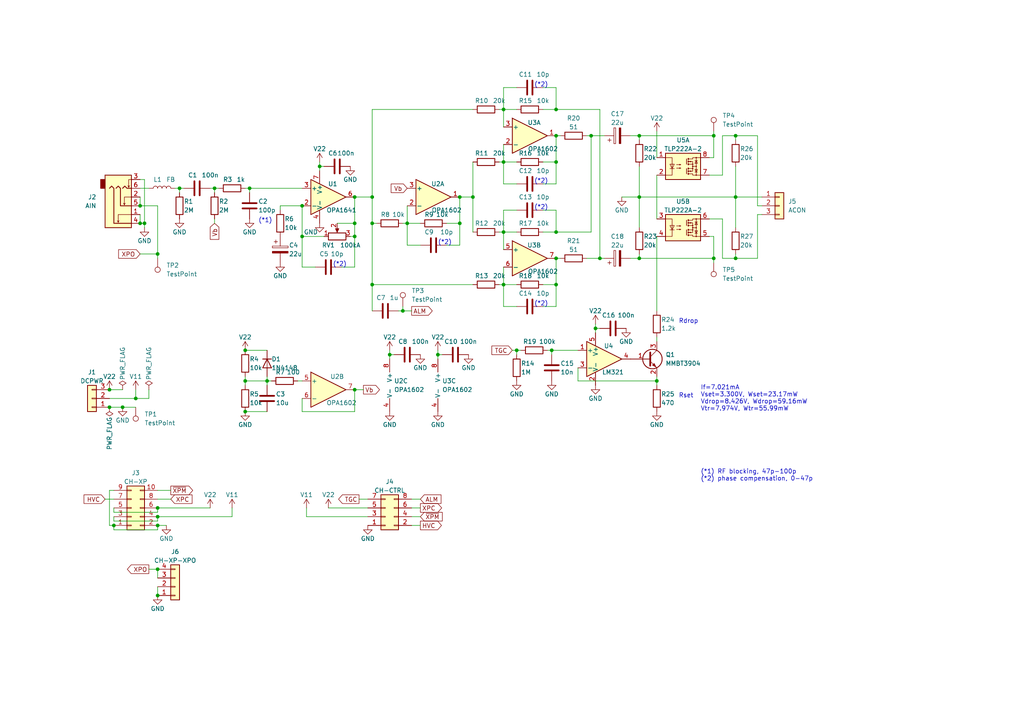
<source format=kicad_sch>
(kicad_sch (version 20211123) (generator eeschema)
  (paper "A4")
  (title_block (title "XPS:Channel") (company "yu2924"))
  (lib_symbols
    (symbol "Amplifier_Operational:LM321" (pin_names (offset 0.127))
      (property "Reference" "U" (at 0 7.62 0))
      (property "Value" "LM321" (at 0 5.08 0))
      (symbol "LM321_1_1"
        (pin input line (at -7.62 2.54 0) (length 2.54) (name "+") (number "1"))
        (pin power_in line (at -2.54 -7.62 90) (length 3.81) (name "V-") (number "2"))
        (pin input line (at -7.62 -2.54 0) (length 2.54) (name "-") (number "3"))
        (pin output line (at 7.62 0 180) (length 2.54) (name "~") (number "4"))
        (pin power_in line (at -2.54 7.62 270) (length 3.81) (name "V+") (number "5"))
      )
    )
    (symbol "Amplifier_Operational:OPA1602" (pin_names (offset 0.127))
      (property "Reference" "U" (at 0 5.08 0))
      (property "Value" "OPA1602" (at 0 -5.08 0))
      (symbol "OPA1602_1_1"
        (pin output line (at 7.62 0 180) (length 2.54) (name "~") (number "1"))
        (pin input line (at -7.62 -2.54 0) (length 2.54) (name "-") (number "2"))
        (pin input line (at -7.62 2.54 0) (length 2.54) (name "+") (number "3"))
      )
      (symbol "OPA1602_2_1"
        (pin input line (at -7.62 2.54 0) (length 2.54) (name "+") (number "5"))
        (pin input line (at -7.62 -2.54 0) (length 2.54) (name "-") (number "6"))
        (pin output line (at 7.62 0 180) (length 2.54) (name "~") (number "7"))
      )
      (symbol "OPA1602_3_1"
        (pin power_in line (at -2.54 -7.62 90) (length 3.81) (name "V-") (number "4"))
        (pin power_in line (at -2.54 7.62 270) (length 3.81) (name "V+") (number "8"))
      )
    )
    (symbol "Amplifier_Operational:OPA1641" (pin_names (offset 0.127))
      (property "Reference" "U" (at 3.81 3.81 0))
      (property "Value" "OPA1641" (at 3.81 -3.81 0))
      (symbol "OPA1641_1_1"
        (pin no_connect line (at -2.54 -2.54 90) (length 2.54) hide (name "NC") (number "1"))
        (pin input line (at -7.62 -2.54 0) (length 2.54) (name "-") (number "2"))
        (pin input line (at -7.62 2.54 0) (length 2.54) (name "+") (number "3"))
        (pin power_in line (at -2.54 -7.62 90) (length 3.81) (name "V-") (number "4"))
        (pin no_connect line (at 0 -2.54 90) (length 2.54) hide (name "NC") (number "5"))
        (pin output line (at 7.62 0 180) (length 2.54) (name "~") (number "6"))
        (pin power_in line (at -2.54 7.62 270) (length 3.81) (name "V+") (number "7"))
        (pin no_connect line (at -5.08 -2.54 90) (length 2.54) hide (name "NC") (number "8"))
      )
    )
    (symbol "Connector:TestPoint" (pin_numbers hide) (pin_names (offset 0.762) hide)
      (property "Reference" "TP" (at 0 6.858 0))
      (property "Value" "TestPoint" (at 0 5.08 0))
      (symbol "TestPoint_1_1"
        (pin passive line (at 0 0 90) (length 2.54) (name "1") (number "1"))
      )
    )
    (symbol "Connector_Generic:Conn_01x03" (pin_names (offset 1.016) hide)
      (property "Reference" "J" (at 0 5.08 0))
      (property "Value" "Conn_01x03" (at 0 -5.08 0))
      (symbol "Conn_01x03_1_1"
        (pin passive line (at -5.08 2.54 0) (length 3.81) (name "Pin_1") (number "1"))
        (pin passive line (at -5.08 0 0) (length 3.81) (name "Pin_2") (number "2"))
        (pin passive line (at -5.08 -2.54 0) (length 3.81) (name "Pin_3") (number "3"))
      )
    )
    (symbol "Connector_Generic:Conn_01x04" (pin_names (offset 1.016) hide)
      (property "Reference" "J" (at 0 5.08 0))
      (property "Value" "Conn_01x04" (at 0 -7.62 0))
      (symbol "Conn_01x04_1_1"
        (pin passive line (at -5.08 2.54 0) (length 3.81) (name "Pin_1") (number "1"))
        (pin passive line (at -5.08 0 0) (length 3.81) (name "Pin_2") (number "2"))
        (pin passive line (at -5.08 -2.54 0) (length 3.81) (name "Pin_3") (number "3"))
        (pin passive line (at -5.08 -5.08 0) (length 3.81) (name "Pin_4") (number "4"))
      )
    )
    (symbol "Connector_Generic:Conn_02x04_Odd_Even" (pin_names (offset 1.016) hide)
      (property "Reference" "J" (at 1.27 5.08 0))
      (property "Value" "Conn_02x04_Odd_Even" (at 1.27 -7.62 0))
      (symbol "Conn_02x04_Odd_Even_1_1"
        (pin passive line (at -5.08 2.54 0) (length 3.81) (name "Pin_1") (number "1"))
        (pin passive line (at 7.62 2.54 180) (length 3.81) (name "Pin_2") (number "2"))
        (pin passive line (at -5.08 0 0) (length 3.81) (name "Pin_3") (number "3"))
        (pin passive line (at 7.62 0 180) (length 3.81) (name "Pin_4") (number "4"))
        (pin passive line (at -5.08 -2.54 0) (length 3.81) (name "Pin_5") (number "5"))
        (pin passive line (at 7.62 -2.54 180) (length 3.81) (name "Pin_6") (number "6"))
        (pin passive line (at -5.08 -5.08 0) (length 3.81) (name "Pin_7") (number "7"))
        (pin passive line (at 7.62 -5.08 180) (length 3.81) (name "Pin_8") (number "8"))
      )
    )
    (symbol "Connector_Generic:Conn_02x05_Odd_Even" (pin_names (offset 1.016) hide)
      (property "Reference" "J" (at 1.27 7.62 0))
      (property "Value" "Conn_02x05_Odd_Even" (at 1.27 -7.62 0))
      (symbol "Conn_02x05_Odd_Even_1_1"
        (pin passive line (at -5.08 5.08 0) (length 3.81) (name "Pin_1") (number "1"))
        (pin passive line (at 7.62 -5.08 180) (length 3.81) (name "Pin_10") (number "10"))
        (pin passive line (at 7.62 5.08 180) (length 3.81) (name "Pin_2") (number "2"))
        (pin passive line (at -5.08 2.54 0) (length 3.81) (name "Pin_3") (number "3"))
        (pin passive line (at 7.62 2.54 180) (length 3.81) (name "Pin_4") (number "4"))
        (pin passive line (at -5.08 0 0) (length 3.81) (name "Pin_5") (number "5"))
        (pin passive line (at 7.62 0 180) (length 3.81) (name "Pin_6") (number "6"))
        (pin passive line (at -5.08 -2.54 0) (length 3.81) (name "Pin_7") (number "7"))
        (pin passive line (at 7.62 -2.54 180) (length 3.81) (name "Pin_8") (number "8"))
        (pin passive line (at -5.08 -5.08 0) (length 3.81) (name "Pin_9") (number "9"))
      )
    )
    (symbol "Device:C" (pin_numbers hide) (pin_names (offset 0.254))
      (property "Reference" "C" (at 0.635 2.54 0))
      (property "Value" "C" (at 0.635 -2.54 0))
      (symbol "C_1_1"
        (pin passive line (at 0 3.81 270) (length 2.794) (name "~") (number "1"))
        (pin passive line (at 0 -3.81 90) (length 2.794) (name "~") (number "2"))
      )
    )
    (symbol "Device:C_Polarized" (pin_numbers hide) (pin_names (offset 0.254))
      (property "Reference" "C" (at 0.635 2.54 0))
      (property "Value" "C_Polarized" (at 0.635 -2.54 0))
      (symbol "C_Polarized_1_1"
        (pin passive line (at 0 3.81 270) (length 2.794) (name "~") (number "1"))
        (pin passive line (at 0 -3.81 90) (length 2.794) (name "~") (number "2"))
      )
    )
    (symbol "Device:L" (pin_numbers hide) (pin_names (offset 1.016) hide)
      (property "Reference" "L" (at -1.27 0 90))
      (property "Value" "L" (at 1.905 0 90))
      (symbol "L_1_1"
        (pin passive line (at 0 3.81 270) (length 1.27) (name "1") (number "1"))
        (pin passive line (at 0 -3.81 90) (length 1.27) (name "2") (number "2"))
      )
    )
    (symbol "Device:R" (pin_numbers hide) (pin_names (offset 0))
      (property "Reference" "R" (at 2.032 0 90))
      (property "Value" "R" (at 0 0 90))
      (symbol "R_1_1"
        (pin passive line (at 0 3.81 270) (length 1.27) (name "~") (number "1"))
        (pin passive line (at 0 -3.81 90) (length 1.27) (name "~") (number "2"))
      )
    )
    (symbol "Device:R_Potentiometer" (pin_names (offset 1.016) hide)
      (property "Reference" "RV" (at -4.445 0 90))
      (property "Value" "R_Potentiometer" (at -2.54 0 90))
      (symbol "R_Potentiometer_1_1"
        (pin passive line (at 0 3.81 270) (length 1.27) (name "1") (number "1"))
        (pin passive line (at 3.81 0 180) (length 1.27) (name "2") (number "2"))
        (pin passive line (at 0 -3.81 90) (length 1.27) (name "3") (number "3"))
      )
    )
    (symbol "Diode:1N4148" (pin_numbers hide) (pin_names (offset 1.016) hide)
      (property "Reference" "D" (at 0 2.54 0))
      (property "Value" "1N4148" (at 0 -2.54 0))
      (symbol "1N4148_1_1"
        (pin passive line (at -3.81 0 0) (length 2.54) (name "K") (number "1"))
        (pin passive line (at 3.81 0 180) (length 2.54) (name "A") (number "2"))
      )
    )
    (symbol "Local:+11V" (power) (pin_names (offset 0))
      (property "Value" "+11V" (at 0 3.81 0))
      (symbol "+11V_1_1"
        (pin power_in line (at 0 0 90) (length 0) hide (name "V11") (number "1"))
      )
    )
    (symbol "Local:+22V" (power) (pin_names (offset 0))
      (property "Value" "+22V" (at 0 3.81 0))
      (symbol "+22V_1_1"
        (pin power_in line (at 0 0 90) (length 0) hide (name "V22") (number "1"))
      )
    )
    (symbol "Local:AudioJack3_Switch_Amphenol-ACJS-MHDR"
      (property "Reference" "J" (at 0 11.43 0))
      (property "Value" "AudioJack3_Switch_Amphenol-ACJS-MHDR" (at 0 8.89 0))
      (symbol "AudioJack3_Switch_Amphenol-ACJS-MHDR_1_1"
        (pin passive line (at 5.08 2.54 180) (length 2.54) (name "~") (number "1"))
        (pin passive line (at 5.08 -2.54 180) (length 2.54) (name "~") (number "2"))
        (pin passive line (at 5.08 -7.62 180) (length 2.54) (name "~") (number "3"))
        (pin passive line (at 5.08 5.08 180) (length 2.54) (name "~") (number "4"))
        (pin passive line (at 5.08 0 180) (length 2.54) (name "~") (number "5"))
        (pin passive line (at 5.08 -5.08 180) (length 2.54) (name "~") (number "6"))
      )
    )
    (symbol "Relay_SolidState:TLP222A-2"
      (property "Reference" "U" (at -5.08 5.08 0))
      (property "Value" "TLP222A-2" (at 0 5.08 0))
      (symbol "TLP222A-2_1_1"
        (pin passive line (at -7.62 2.54 0) (length 2.54) (name "~") (number "1"))
        (pin passive line (at -7.62 -2.54 0) (length 2.54) (name "~") (number "2"))
        (pin passive line (at 7.62 -2.54 180) (length 2.54) (name "~") (number "7"))
        (pin passive line (at 7.62 2.54 180) (length 2.54) (name "~") (number "8"))
      )
      (symbol "TLP222A-2_2_1"
        (pin passive line (at -7.62 2.54 0) (length 2.54) (name "~") (number "3"))
        (pin passive line (at -7.62 -2.54 0) (length 2.54) (name "~") (number "4"))
        (pin passive line (at 7.62 -2.54 180) (length 2.54) (name "~") (number "5"))
        (pin passive line (at 7.62 2.54 180) (length 2.54) (name "~") (number "6"))
      )
    )
    (symbol "Transistor_BJT:MMBT3904" (pin_names (offset 0) hide)
      (property "Reference" "Q" (at 5.08 1.905 0))
      (property "Value" "MMBT3904" (at 5.08 0 0))
      (symbol "MMBT3904_1_1"
        (pin input line (at -5.08 0 0) (length 5.715) (name "B") (number "1"))
        (pin passive line (at 2.54 -5.08 90) (length 2.54) (name "E") (number "2"))
        (pin passive line (at 2.54 5.08 270) (length 2.54) (name "C") (number "3"))
      )
    )
    (symbol "power:GND" (power) (pin_names (offset 0))
      (property "Value" "GND" (at 0 -3.81 0))
      (symbol "GND_1_1"
        (pin power_in line (at 0 0 270) (length 0) hide (name "GND") (number "1"))
      )
    )
    (symbol "power:PWR_FLAG" (power) (pin_numbers hide) (pin_names (offset 0) hide)
      (property "Value" "PWR_FLAG" (at 0 3.81 0))
      (symbol "PWR_FLAG_0_0"
        (pin power_out line (at 0 0 90) (length 0) (name "pwr") (number "1"))
      )
    )
  )
  (junction (at 41.91 64.77))
  (junction (at 133.35 57.15))
  (junction (at 161.29 67.31))
  (junction (at 92.71 48.26))
  (junction (at 45.72 172.72))
  (junction (at 116.84 90.17))
  (junction (at 213.36 74.93))
  (junction (at 146.05 82.55))
  (junction (at 102.87 113.03))
  (junction (at 72.39 54.61))
  (junction (at 171.45 39.37))
  (junction (at 40.64 64.77))
  (junction (at 133.35 64.77))
  (junction (at 173.99 74.93))
  (junction (at 52.07 54.61))
  (junction (at 161.29 74.93))
  (junction (at 161.29 82.55))
  (junction (at 45.72 73.66))
  (junction (at 146.05 46.99))
  (junction (at 45.72 165.1))
  (junction (at 102.87 68.58))
  (junction (at 118.11 64.77))
  (junction (at 172.72 95.25))
  (junction (at 31.75 113.03))
  (junction (at 161.29 31.75))
  (junction (at 185.42 39.37))
  (junction (at 160.02 101.6))
  (junction (at 107.95 64.77))
  (junction (at 149.86 101.6))
  (junction (at 45.72 152.4))
  (junction (at 113.03 102.87))
  (junction (at 45.72 149.86))
  (junction (at 39.37 115.57))
  (junction (at 146.05 67.31))
  (junction (at 137.16 57.15))
  (junction (at 107.95 82.55))
  (junction (at 31.75 118.11))
  (junction (at 71.12 119.38))
  (junction (at 107.95 57.15))
  (junction (at 207.01 39.37))
  (junction (at 77.47 110.49))
  (junction (at 87.63 59.69))
  (junction (at 62.23 54.61))
  (junction (at 207.01 74.93))
  (junction (at 127 102.87))
  (junction (at 161.29 46.99))
  (junction (at 213.36 57.15))
  (junction (at 33.02 152.4))
  (junction (at 161.29 39.37))
  (junction (at 102.87 64.77))
  (junction (at 35.56 118.11))
  (junction (at 87.63 68.58))
  (junction (at 71.12 101.6))
  (junction (at 185.42 74.93))
  (junction (at 102.87 57.15))
  (junction (at 40.64 59.69))
  (junction (at 71.12 110.49))
  (junction (at 213.36 39.37))
  (junction (at 190.5 110.49))
  (junction (at 185.42 57.15))
  (junction (at 146.05 31.75))
  (junction (at 45.72 147.32))
  (wire (pts (xy 77.47 110.49) (xy 78.74 110.49)))
  (wire (pts (xy 107.95 82.55) (xy 107.95 90.17)))
  (wire (pts (xy 205.74 50.8) (xy 209.55 50.8)))
  (wire (pts (xy 209.55 39.37) (xy 213.36 39.37)))
  (wire (pts (xy 33.02 151.13) (xy 45.72 151.13)))
  (wire (pts (xy 114.3 102.87) (xy 113.03 102.87)))
  (wire (pts (xy 219.71 59.69) (xy 220.98 59.69)))
  (wire (pts (xy 45.72 170.18) (xy 45.72 172.72)))
  (wire (pts (xy 146.05 67.31) (xy 149.86 67.31)))
  (wire (pts (xy 146.05 77.47) (xy 146.05 82.55)))
  (wire (pts (xy 127 102.87) (xy 128.27 102.87)))
  (wire (pts (xy 106.68 147.32) (xy 95.25 147.32)))
  (wire (pts (xy 31.75 118.11) (xy 35.56 118.11)))
  (wire (pts (xy 213.36 74.93) (xy 219.71 74.93)))
  (wire (pts (xy 121.92 149.86) (xy 119.38 149.86)))
  (wire (pts (xy 185.42 74.93) (xy 185.42 73.66)))
  (wire (pts (xy 161.29 67.31) (xy 157.48 67.31)))
  (wire (pts (xy 146.05 67.31) (xy 146.05 72.39)))
  (wire (pts (xy 87.63 59.69) (xy 81.28 59.69)))
  (wire (pts (xy 161.29 53.34) (xy 161.29 46.99)))
  (wire (pts (xy 161.29 25.4) (xy 161.29 31.75)))
  (wire (pts (xy 31.75 115.57) (xy 39.37 115.57)))
  (wire (pts (xy 173.99 31.75) (xy 173.99 74.93)))
  (wire (pts (xy 33.02 147.32) (xy 33.02 148.59)))
  (wire (pts (xy 43.18 113.03) (xy 43.18 115.57)))
  (wire (pts (xy 45.72 148.59) (xy 45.72 147.32)))
  (wire (pts (xy 71.12 110.49) (xy 71.12 111.76)))
  (wire (pts (xy 41.91 64.77) (xy 41.91 66.04)))
  (wire (pts (xy 161.29 82.55) (xy 157.48 82.55)))
  (wire (pts (xy 190.5 109.22) (xy 190.5 110.49)))
  (wire (pts (xy 49.53 144.78) (xy 45.72 144.78)))
  (wire (pts (xy 144.78 82.55) (xy 146.05 82.55)))
  (wire (pts (xy 87.63 119.38) (xy 87.63 115.57)))
  (wire (pts (xy 149.86 60.96) (xy 146.05 60.96)))
  (wire (pts (xy 33.02 149.86) (xy 33.02 151.13)))
  (wire (pts (xy 171.45 67.31) (xy 161.29 67.31)))
  (wire (pts (xy 116.84 64.77) (xy 118.11 64.77)))
  (wire (pts (xy 43.18 115.57) (xy 39.37 115.57)))
  (wire (pts (xy 167.64 106.68) (xy 167.64 110.49)))
  (wire (pts (xy 146.05 41.91) (xy 146.05 46.99)))
  (wire (pts (xy 133.35 57.15) (xy 133.35 64.77)))
  (wire (pts (xy 118.11 71.12) (xy 121.92 71.12)))
  (wire (pts (xy 107.95 64.77) (xy 109.22 64.77)))
  (wire (pts (xy 87.63 59.69) (xy 87.63 68.58)))
  (wire (pts (xy 102.87 57.15) (xy 102.87 64.77)))
  (wire (pts (xy 172.72 93.98) (xy 172.72 95.25)))
  (wire (pts (xy 67.31 149.86) (xy 45.72 149.86)))
  (wire (pts (xy 182.88 74.93) (xy 185.42 74.93)))
  (wire (pts (xy 71.12 110.49) (xy 77.47 110.49)))
  (wire (pts (xy 213.36 39.37) (xy 219.71 39.37)))
  (wire (pts (xy 146.05 25.4) (xy 146.05 31.75)))
  (wire (pts (xy 97.79 64.77) (xy 102.87 64.77)))
  (wire (pts (xy 118.11 59.69) (xy 118.11 64.77)))
  (wire (pts (xy 137.16 57.15) (xy 137.16 67.31)))
  (wire (pts (xy 144.78 46.99) (xy 146.05 46.99)))
  (wire (pts (xy 77.47 109.22) (xy 77.47 110.49)))
  (wire (pts (xy 113.03 101.6) (xy 113.03 102.87)))
  (wire (pts (xy 33.02 153.67) (xy 45.72 153.67)))
  (wire (pts (xy 207.01 38.1) (xy 207.01 39.37)))
  (wire (pts (xy 219.71 62.23) (xy 219.71 74.93)))
  (wire (pts (xy 86.36 110.49) (xy 87.63 110.49)))
  (wire (pts (xy 190.5 110.49) (xy 167.64 110.49)))
  (wire (pts (xy 190.5 97.79) (xy 190.5 99.06)))
  (wire (pts (xy 144.78 67.31) (xy 146.05 67.31)))
  (wire (pts (xy 146.05 31.75) (xy 149.86 31.75)))
  (wire (pts (xy 185.42 39.37) (xy 185.42 40.64)))
  (wire (pts (xy 52.07 54.61) (xy 52.07 55.88)))
  (wire (pts (xy 31.75 142.24) (xy 33.02 142.24)))
  (wire (pts (xy 185.42 57.15) (xy 185.42 66.04)))
  (wire (pts (xy 160.02 101.6) (xy 167.64 101.6)))
  (wire (pts (xy 33.02 148.59) (xy 45.72 148.59)))
  (wire (pts (xy 62.23 54.61) (xy 63.5 54.61)))
  (wire (pts (xy 213.36 39.37) (xy 213.36 40.64)))
  (wire (pts (xy 213.36 57.15) (xy 220.98 57.15)))
  (wire (pts (xy 45.72 153.67) (xy 45.72 152.4)))
  (wire (pts (xy 102.87 68.58) (xy 102.87 77.47)))
  (wire (pts (xy 161.29 74.93) (xy 162.56 74.93)))
  (wire (pts (xy 106.68 144.78) (xy 104.14 144.78)))
  (wire (pts (xy 129.54 71.12) (xy 133.35 71.12)))
  (wire (pts (xy 41.91 52.07) (xy 41.91 64.77)))
  (wire (pts (xy 116.84 90.17) (xy 115.57 90.17)))
  (wire (pts (xy 50.8 54.61) (xy 52.07 54.61)))
  (wire (pts (xy 127 101.6) (xy 127 102.87)))
  (wire (pts (xy 102.87 68.58) (xy 101.6 68.58)))
  (wire (pts (xy 185.42 39.37) (xy 207.01 39.37)))
  (wire (pts (xy 146.05 31.75) (xy 146.05 36.83)))
  (wire (pts (xy 220.98 62.23) (xy 219.71 62.23)))
  (wire (pts (xy 161.29 31.75) (xy 173.99 31.75)))
  (wire (pts (xy 71.12 119.38) (xy 77.47 119.38)))
  (wire (pts (xy 45.72 59.69) (xy 45.72 73.66)))
  (wire (pts (xy 190.5 68.58) (xy 190.5 90.17)))
  (wire (pts (xy 161.29 60.96) (xy 157.48 60.96)))
  (wire (pts (xy 207.01 45.72) (xy 205.74 45.72)))
  (wire (pts (xy 207.01 39.37) (xy 207.01 45.72)))
  (wire (pts (xy 67.31 149.86) (xy 67.31 147.32)))
  (wire (pts (xy 121.92 144.78) (xy 119.38 144.78)))
  (wire (pts (xy 60.96 147.32) (xy 45.72 147.32)))
  (wire (pts (xy 40.64 57.15) (xy 40.64 59.69)))
  (wire (pts (xy 185.42 57.15) (xy 213.36 57.15)))
  (wire (pts (xy 72.39 54.61) (xy 72.39 55.88)))
  (wire (pts (xy 33.02 152.4) (xy 33.02 153.67)))
  (wire (pts (xy 146.05 88.9) (xy 149.86 88.9)))
  (wire (pts (xy 87.63 68.58) (xy 93.98 68.58)))
  (wire (pts (xy 30.48 144.78) (xy 33.02 144.78)))
  (wire (pts (xy 207.01 74.93) (xy 207.01 76.2)))
  (wire (pts (xy 171.45 39.37) (xy 175.26 39.37)))
  (wire (pts (xy 121.92 152.4) (xy 119.38 152.4)))
  (wire (pts (xy 146.05 82.55) (xy 146.05 88.9)))
  (wire (pts (xy 62.23 64.77) (xy 62.23 63.5)))
  (wire (pts (xy 81.28 59.69) (xy 81.28 60.96)))
  (wire (pts (xy 49.53 142.24) (xy 45.72 142.24)))
  (wire (pts (xy 157.48 88.9) (xy 161.29 88.9)))
  (wire (pts (xy 207.01 74.93) (xy 185.42 74.93)))
  (wire (pts (xy 133.35 71.12) (xy 133.35 64.77)))
  (wire (pts (xy 71.12 101.6) (xy 77.47 101.6)))
  (wire (pts (xy 149.86 101.6) (xy 151.13 101.6)))
  (wire (pts (xy 45.72 165.1) (xy 45.72 167.64)))
  (wire (pts (xy 190.5 38.1) (xy 190.5 45.72)))
  (wire (pts (xy 91.44 77.47) (xy 87.63 77.47)))
  (wire (pts (xy 219.71 39.37) (xy 219.71 59.69)))
  (wire (pts (xy 146.05 60.96) (xy 146.05 67.31)))
  (wire (pts (xy 185.42 48.26) (xy 185.42 57.15)))
  (wire (pts (xy 87.63 68.58) (xy 87.63 77.47)))
  (wire (pts (xy 146.05 53.34) (xy 149.86 53.34)))
  (wire (pts (xy 146.05 46.99) (xy 146.05 53.34)))
  (wire (pts (xy 43.18 165.1) (xy 45.72 165.1)))
  (wire (pts (xy 213.36 74.93) (xy 213.36 73.66)))
  (wire (pts (xy 113.03 102.87) (xy 113.03 104.14)))
  (wire (pts (xy 171.45 39.37) (xy 171.45 67.31)))
  (wire (pts (xy 77.47 110.49) (xy 77.47 111.76)))
  (wire (pts (xy 72.39 54.61) (xy 87.63 54.61)))
  (wire (pts (xy 209.55 63.5) (xy 209.55 74.93)))
  (wire (pts (xy 102.87 64.77) (xy 102.87 68.58)))
  (wire (pts (xy 161.29 39.37) (xy 161.29 46.99)))
  (wire (pts (xy 102.87 57.15) (xy 107.95 57.15)))
  (wire (pts (xy 205.74 63.5) (xy 209.55 63.5)))
  (wire (pts (xy 172.72 95.25) (xy 172.72 96.52)))
  (wire (pts (xy 137.16 82.55) (xy 107.95 82.55)))
  (wire (pts (xy 148.59 101.6) (xy 149.86 101.6)))
  (wire (pts (xy 45.72 73.66) (xy 45.72 74.93)))
  (wire (pts (xy 213.36 48.26) (xy 213.36 57.15)))
  (wire (pts (xy 92.71 48.26) (xy 93.98 48.26)))
  (wire (pts (xy 182.88 39.37) (xy 185.42 39.37)))
  (wire (pts (xy 207.01 68.58) (xy 207.01 74.93)))
  (wire (pts (xy 157.48 31.75) (xy 161.29 31.75)))
  (wire (pts (xy 40.64 73.66) (xy 45.72 73.66)))
  (wire (pts (xy 45.72 151.13) (xy 45.72 149.86)))
  (wire (pts (xy 170.18 74.93) (xy 173.99 74.93)))
  (wire (pts (xy 172.72 95.25) (xy 173.99 95.25)))
  (wire (pts (xy 40.64 52.07) (xy 41.91 52.07)))
  (wire (pts (xy 146.05 82.55) (xy 149.86 82.55)))
  (wire (pts (xy 39.37 115.57) (xy 39.37 113.03)))
  (wire (pts (xy 161.29 67.31) (xy 161.29 60.96)))
  (wire (pts (xy 190.5 50.8) (xy 190.5 63.5)))
  (wire (pts (xy 149.86 25.4) (xy 146.05 25.4)))
  (wire (pts (xy 116.84 88.9) (xy 116.84 90.17)))
  (wire (pts (xy 121.92 147.32) (xy 119.38 147.32)))
  (wire (pts (xy 40.64 64.77) (xy 41.91 64.77)))
  (wire (pts (xy 161.29 46.99) (xy 157.48 46.99)))
  (wire (pts (xy 102.87 113.03) (xy 105.41 113.03)))
  (wire (pts (xy 92.71 46.99) (xy 92.71 48.26)))
  (wire (pts (xy 158.75 101.6) (xy 160.02 101.6)))
  (wire (pts (xy 106.68 149.86) (xy 88.9 149.86)))
  (wire (pts (xy 213.36 57.15) (xy 213.36 66.04)))
  (wire (pts (xy 209.55 74.93) (xy 213.36 74.93)))
  (wire (pts (xy 71.12 109.22) (xy 71.12 110.49)))
  (wire (pts (xy 102.87 113.03) (xy 102.87 119.38)))
  (wire (pts (xy 161.29 88.9) (xy 161.29 82.55)))
  (wire (pts (xy 209.55 39.37) (xy 209.55 50.8)))
  (wire (pts (xy 127 102.87) (xy 127 104.14)))
  (wire (pts (xy 107.95 82.55) (xy 107.95 64.77)))
  (wire (pts (xy 133.35 64.77) (xy 129.54 64.77)))
  (wire (pts (xy 102.87 119.38) (xy 87.63 119.38)))
  (wire (pts (xy 35.56 118.11) (xy 39.37 118.11)))
  (wire (pts (xy 161.29 74.93) (xy 161.29 82.55)))
  (wire (pts (xy 31.75 113.03) (xy 35.56 113.03)))
  (wire (pts (xy 107.95 31.75) (xy 107.95 57.15)))
  (wire (pts (xy 119.38 90.17) (xy 116.84 90.17)))
  (wire (pts (xy 88.9 149.86) (xy 88.9 147.32)))
  (wire (pts (xy 160.02 101.6) (xy 160.02 102.87)))
  (wire (pts (xy 149.86 102.87) (xy 149.86 101.6)))
  (wire (pts (xy 133.35 57.15) (xy 137.16 57.15)))
  (wire (pts (xy 137.16 46.99) (xy 137.16 57.15)))
  (wire (pts (xy 190.5 110.49) (xy 190.5 111.76)))
  (wire (pts (xy 157.48 25.4) (xy 161.29 25.4)))
  (wire (pts (xy 40.64 62.23) (xy 40.64 64.77)))
  (wire (pts (xy 62.23 54.61) (xy 62.23 55.88)))
  (wire (pts (xy 102.87 77.47) (xy 99.06 77.47)))
  (wire (pts (xy 170.18 39.37) (xy 171.45 39.37)))
  (wire (pts (xy 31.75 142.24) (xy 31.75 152.4)))
  (wire (pts (xy 71.12 54.61) (xy 72.39 54.61)))
  (wire (pts (xy 144.78 31.75) (xy 146.05 31.75)))
  (wire (pts (xy 173.99 74.93) (xy 175.26 74.93)))
  (wire (pts (xy 107.95 57.15) (xy 107.95 64.77)))
  (wire (pts (xy 92.71 48.26) (xy 92.71 49.53)))
  (wire (pts (xy 60.96 54.61) (xy 62.23 54.61)))
  (wire (pts (xy 31.75 152.4) (xy 33.02 152.4)))
  (wire (pts (xy 118.11 64.77) (xy 118.11 71.12)))
  (wire (pts (xy 40.64 59.69) (xy 45.72 59.69)))
  (wire (pts (xy 137.16 31.75) (xy 107.95 31.75)))
  (wire (pts (xy 40.64 54.61) (xy 43.18 54.61)))
  (wire (pts (xy 52.07 54.61) (xy 53.34 54.61)))
  (wire (pts (xy 146.05 46.99) (xy 149.86 46.99)))
  (wire (pts (xy 118.11 64.77) (xy 121.92 64.77)))
  (wire (pts (xy 180.34 57.15) (xy 185.42 57.15)))
  (wire (pts (xy 157.48 53.34) (xy 161.29 53.34)))
  (wire (pts (xy 45.72 152.4) (xy 48.26 152.4)))
  (wire (pts (xy 205.74 68.58) (xy 207.01 68.58)))
  (wire (pts (xy 161.29 39.37) (xy 162.56 39.37)))
  (text "Rdrop" (at 196.85 93.98 0) (effects (font (size 1.27 1.27)) (justify left bottom)))
  (text "If=7.021mA\nVset=3.300V, Wset=23.17mW\nVdrop=8.426V, Wdrop=59.16mW\nVtr=7.974V, Wtr=55.99mW" (at 203.2 119.38 0) (effects (font (size 1.27 1.27)) (justify left bottom)))
  (text "(*2)" (at 96.52 77.47 0) (effects (font (size 1.27 1.27)) (justify left bottom)))
  (text "Rset" (at 196.85 115.57 0) (effects (font (size 1.27 1.27)) (justify left bottom)))
  (text "(*2)" (at 154.94 53.34 0) (effects (font (size 1.27 1.27)) (justify left bottom)))
  (text "(*1)" (at 74.93 64.77 0) (effects (font (size 1.27 1.27)) (justify left bottom)))
  (text "(*1) RF blocking, 47p-100p\n(*2) phase compensation, 0-47p" (at 203.2 139.7 0) (effects (font (size 1.27 1.27)) (justify left bottom)))
  (text "(*2)" (at 154.94 25.4 0) (effects (font (size 1.27 1.27)) (justify left bottom)))
  (text "(*2)" (at 154.94 60.96 0) (effects (font (size 1.27 1.27)) (justify left bottom)))
  (text "(*2)" (at 127 71.12 0) (effects (font (size 1.27 1.27)) (justify left bottom)))
  (text "(*2)" (at 154.94 88.9 0) (effects (font (size 1.27 1.27)) (justify left bottom)))
  (global_label "XPC" (shape output) (at 121.92 147.32 0) (property "Intersheet References" "${INTERSHEET_REFS}" (effects hide)))
  (global_label "ALM" (shape output) (at 119.38 90.17 0) (property "Intersheet References" "${INTERSHEET_REFS}" (effects hide)))
  (global_label "Vb" (shape input) (at 118.11 54.61 180) (property "Intersheet References" "${INTERSHEET_REFS}" (effects hide)))
  (global_label "~{XPM}" (shape output) (at 49.53 142.24 0) (property "Intersheet References" "${INTERSHEET_REFS}" (effects hide)))
  (global_label "Vb" (shape output) (at 105.41 113.03 0) (property "Intersheet References" "${INTERSHEET_REFS}" (effects hide)))
  (global_label "TGC" (shape input) (at 148.59 101.6 180) (property "Intersheet References" "${INTERSHEET_REFS}" (effects hide)))
  (global_label "HVC" (shape input) (at 30.48 144.78 180) (property "Intersheet References" "${INTERSHEET_REFS}" (effects hide)))
  (global_label "XPO" (shape output) (at 43.18 165.1 180) (property "Intersheet References" "${INTERSHEET_REFS}" (effects hide)))
  (global_label "TGC" (shape output) (at 104.14 144.78 180) (property "Intersheet References" "${INTERSHEET_REFS}" (effects hide)))
  (global_label "XPC" (shape input) (at 49.53 144.78 0) (property "Intersheet References" "${INTERSHEET_REFS}" (effects hide)))
  (global_label "ALM" (shape input) (at 121.92 144.78 0) (property "Intersheet References" "${INTERSHEET_REFS}" (effects hide)))
  (global_label "~{XPM}" (shape input) (at 121.92 149.86 0) (property "Intersheet References" "${INTERSHEET_REFS}" (effects hide)))
  (global_label "HVC" (shape output) (at 121.92 152.4 0) (property "Intersheet References" "${INTERSHEET_REFS}" (effects hide)))
  (global_label "Vb" (shape input) (at 62.23 64.77 270) (property "Intersheet References" "${INTERSHEET_REFS}" (effects hide)))
  (global_label "XPO" (shape input) (at 40.64 73.66 180) (property "Intersheet References" "${INTERSHEET_REFS}" (effects hide)))
  (symbol (lib_id "Device:R") (at 113.03 64.77 90) (unit 1)
    (property "Reference" "R8" (at 111.76 62.23 90))
    (property "Value" "10k" (at 115.57 62.23 90))
    (property "Footprint" "Local:R-THT-Axial-Horz-P5.08mm" (effects hide))
  )
  (symbol (lib_id "Local:+22V") (at 60.96 147.32 0) (mirror y) (unit 1)
    (property "Reference" "#PWR03" (effects hide))
    (property "Value" "+22V" (at 60.96 143.51 0))
  )
  (symbol (lib_id "Device:C") (at 125.73 71.12 90) (unit 1)
    (property "Reference" "C9" (at 124.46 67.31 90))
    (property "Value" "10p" (at 129.54 67.31 90))
    (property "Footprint" "Local:C-THT-Disk-P5.08mm-Small" (effects hide))
  )
  (symbol (lib_id "Device:R") (at 81.28 64.77 0) (unit 1)
    (property "Reference" "R6" (at 82.55 63.5 0) (effects (justify left)))
    (property "Value" "10k" (at 82.55 66.04 0) (effects (justify left)))
    (property "Footprint" "Local:R-THT-Axial-Horz-P5.08mm" (effects hide))
  )
  (symbol (lib_id "Amplifier_Operational:OPA1602") (at 129.54 111.76 0) (unit 3)
    (property "Reference" "U3" (at 128.27 110.4899 0) (effects (justify left)))
    (property "Value" "OPA1602" (at 128.27 113.0299 0) (effects (justify left)))
    (property "Footprint" "Local:DIP-8-W7.62mm" (effects hide))
    (property "Datasheet" "http://www.ti.com/lit/ds/symlink/opa1604.pdf" (effects hide))
  )
  (symbol (lib_id "Device:C") (at 132.08 102.87 90) (unit 1)
    (property "Reference" "C10" (at 130.81 99.06 90))
    (property "Value" "100n" (at 135.89 99.06 90))
    (property "Footprint" "Capacitor_SMD:C_0603_1608Metric_Pad1.08x0.95mm_HandSolder" (effects hide))
  )
  (symbol (lib_id "power:GND") (at 52.07 63.5 0) (unit 1)
    (property "Reference" "#PWR08" (effects hide))
    (property "Value" "GND" (at 52.07 67.31 0))
  )
  (symbol (lib_id "power:GND") (at 101.6 48.26 0) (unit 1)
    (property "Reference" "#PWR018" (effects hide))
    (property "Value" "GND" (at 101.6 52.07 0))
  )
  (symbol (lib_id "Device:R") (at 153.67 67.31 90) (unit 1)
    (property "Reference" "R17" (at 152.4 64.77 90))
    (property "Value" "10k" (at 157.48 64.77 90))
    (property "Footprint" "Local:R-THT-Axial-Horz-P5.08mm" (effects hide))
  )
  (symbol (lib_id "Amplifier_Operational:OPA1602") (at 95.25 113.03 0) (unit 2)
    (property "Reference" "U2" (at 97.79 109.22 0))
    (property "Value" "OPA1602" (at 99.06 116.84 0))
    (property "Footprint" "Local:DIP-8-W7.62mm" (effects hide))
    (property "Datasheet" "http://www.ti.com/lit/ds/symlink/opa1604.pdf" (effects hide))
    (property "Comment" "TI OPA1602AID" (effects hide))
  )
  (symbol (lib_id "Device:R") (at 67.31 54.61 90) (unit 1)
    (property "Reference" "R3" (at 66.04 52.07 90))
    (property "Value" "1k" (at 69.85 52.07 90))
    (property "Footprint" "Local:R-THT-Axial-Horz-P5.08mm" (effects hide))
  )
  (symbol (lib_id "Amplifier_Operational:OPA1602") (at 153.67 39.37 0) (unit 1)
    (property "Reference" "U3" (at 154.94 35.56 0))
    (property "Value" "OPA1602" (at 157.48 43.18 0))
    (property "Footprint" "Local:DIP-8-W7.62mm" (effects hide))
    (property "Datasheet" "http://www.ti.com/lit/ds/symlink/opa1604.pdf" (effects hide))
    (property "Comment" "TI OPA1602AID" (effects hide))
  )
  (symbol (lib_id "Device:C") (at 153.67 88.9 90) (unit 1)
    (property "Reference" "C14" (at 152.4 85.09 90))
    (property "Value" "10p" (at 157.48 85.09 90))
    (property "Footprint" "Local:C-THT-Disk-P5.08mm-Small" (effects hide))
  )
  (symbol (lib_id "Device:R") (at 213.36 44.45 0) (unit 1)
    (property "Reference" "R26" (at 214.63 43.18 0) (effects (justify left)))
    (property "Value" "20k" (at 214.63 45.72 0) (effects (justify left)))
    (property "Footprint" "Local:R-THT-Axial-Horz-P5.08mm" (effects hide))
  )
  (symbol (lib_id "power:GND") (at 135.89 102.87 0) (unit 1)
    (property "Reference" "#PWR024" (effects hide))
    (property "Value" "GND" (at 135.89 106.68 0))
  )
  (symbol (lib_id "power:PWR_FLAG") (at 31.75 118.11 180) (unit 1)
    (property "Reference" "#FLG01" (effects hide))
    (property "Value" "PWR_FLAG" (at 31.75 125.73 90))
  )
  (symbol (lib_id "power:GND") (at 81.28 76.2 0) (unit 1)
    (property "Reference" "#PWR015" (effects hide))
    (property "Value" "GND" (at 81.28 80.01 0))
  )
  (symbol (lib_id "Device:C") (at 72.39 59.69 0) (unit 1)
    (property "Reference" "C2" (at 74.93 58.42 0) (effects (justify left)))
    (property "Value" "100p" (at 74.93 60.96 0) (effects (justify left)))
    (property "Footprint" "Local:C-THT-Disk-P5.08mm-Small" (effects hide))
  )
  (symbol (lib_id "power:GND") (at 48.26 152.4 0) (mirror y) (unit 1)
    (property "Reference" "#PWR07" (effects hide))
    (property "Value" "GND" (at 48.26 156.21 0))
  )
  (symbol (lib_id "power:GND") (at 121.92 102.87 0) (unit 1)
    (property "Reference" "#PWR021" (effects hide))
    (property "Value" "GND" (at 121.92 106.68 0))
  )
  (symbol (lib_id "power:GND") (at 149.86 110.49 0) (unit 1)
    (property "Reference" "#PWR025" (effects hide))
    (property "Value" "GND" (at 149.86 114.3 0))
  )
  (symbol (lib_id "Device:R") (at 190.5 93.98 0) (unit 1)
    (property "Reference" "R24" (at 191.77 92.71 0) (effects (justify left)))
    (property "Value" "1.2k" (at 191.77 95.25 0) (effects (justify left)))
    (property "Footprint" "Resistor_SMD:R_0805_2012Metric_Pad1.20x1.40mm_HandSolder" (effects hide))
    (property "Comment" "1/4W 2012" (effects hide))
  )
  (symbol (lib_id "Local:+22V") (at 31.75 113.03 0) (unit 1)
    (property "Reference" "#PWR02" (effects hide))
    (property "Value" "+22V" (at 31.75 109.22 0))
  )
  (symbol (lib_id "Connector_Generic:Conn_02x05_Odd_Even") (at 38.1 147.32 0) (mirror x) (unit 1)
    (property "Reference" "J3" (at 39.37 137.16 0))
    (property "Value" "CH-XP" (at 39.37 139.7 0))
    (property "Footprint" "Local:PinHeader-2x05-P2.54mm-Vertical" (effects hide))
  )
  (symbol (lib_id "power:GND") (at 45.72 172.72 0) (unit 1)
    (property "Reference" "#PWR0102" (effects hide))
    (property "Value" "GND" (at 45.72 176.53 0))
  )
  (symbol (lib_id "power:GND") (at 172.72 111.76 0) (unit 1)
    (property "Reference" "#PWR028" (effects hide))
    (property "Value" "GND" (at 172.72 115.57 0))
  )
  (symbol (lib_id "Device:C") (at 77.47 115.57 0) (unit 1)
    (property "Reference" "C3" (at 80.01 114.3 0) (effects (justify left)))
    (property "Value" "10u" (at 80.01 116.84 0) (effects (justify left)))
    (property "Footprint" "Local:C-THT-Disk-P5.08mm-Large" (effects hide))
    (property "Comment" "Murata RDEC71H106K3K1H03B" (effects hide))
  )
  (symbol (lib_id "Device:R_Potentiometer") (at 97.79 68.58 90) (unit 1)
    (property "Reference" "RV1" (at 95.25 71.12 90))
    (property "Value" "100kA" (at 101.6 71.12 90))
    (property "Footprint" "Local:Bourns-91A1A-B24" (effects hide))
    (property "Comment" "Bourns 91A1A-B24-D20L" (effects hide))
  )
  (symbol (lib_id "Local:+22V") (at 71.12 101.6 0) (unit 1)
    (property "Reference" "#PWR011" (effects hide))
    (property "Value" "+22V" (at 71.12 97.79 0))
  )
  (symbol (lib_id "Device:R") (at 82.55 110.49 90) (unit 1)
    (property "Reference" "R7" (at 81.28 107.95 90))
    (property "Value" "100" (at 85.09 107.95 90))
    (property "Footprint" "Local:R-THT-Axial-Horz-P5.08mm" (effects hide))
  )
  (symbol (lib_id "Connector:TestPoint") (at 116.84 88.9 0) (unit 1)
    (property "Reference" "TP3" (at 119.38 84.3279 0) (effects (justify left)))
    (property "Value" "TestPoint" (at 119.38 86.8679 0) (effects (justify left)))
    (property "Footprint" "Local:TestPoint-THT-2x2" (effects hide))
  )
  (symbol (lib_id "Device:L") (at 46.99 54.61 90) (unit 1)
    (property "Reference" "L1" (at 45.72 52.07 90))
    (property "Value" "FB" (at 49.53 52.07 90))
    (property "Footprint" "Local:FB_L5.0xD3.6xP10.00mm_Murata_BL01RN1A2A2_BL01RN1A1D2" (effects hide))
    (property "Comment" "Murata BL01RN1A1D2" (effects hide))
  )
  (symbol (lib_id "Amplifier_Operational:OPA1641") (at 95.25 57.15 0) (unit 1)
    (property "Reference" "U1" (at 96.52 53.34 0))
    (property "Value" "OPA1641" (at 99.06 60.96 0))
    (property "Footprint" "Local:DIP-8-W7.62mm" (effects hide))
    (property "Datasheet" "http://www.ti.com/lit/ds/symlink/opa1641.pdf" (effects hide))
    (property "Comment" "TI OPA1641AID" (effects hide))
  )
  (symbol (lib_id "Device:C_Polarized") (at 179.07 74.93 90) (unit 1)
    (property "Reference" "C18" (at 179.07 68.58 90))
    (property "Value" "22u" (at 179.07 71.12 90))
    (property "Footprint" "Local:CP-THT-Radial-D5.0mm-P2.00mm" (effects hide))
    (property "Comment" "Nichicon UKA1V220MDD1TD" (effects hide))
  )
  (symbol (lib_id "Transistor_BJT:MMBT3904") (at 187.96 104.14 0) (unit 1)
    (property "Reference" "Q1" (at 193.04 102.87 0) (effects (justify left)))
    (property "Value" "MMBT3904" (at 193.04 105.41 0) (effects (justify left)))
    (property "Footprint" "Local:SOT-23" (effects hide))
    (property "Datasheet" "https://www.onsemi.com/pub/Collateral/2N3903-D.PDF" (effects hide))
  )
  (symbol (lib_id "Device:R") (at 52.07 59.69 0) (unit 1)
    (property "Reference" "R1" (at 53.34 58.42 0) (effects (justify left)))
    (property "Value" "2M" (at 53.34 60.96 0) (effects (justify left)))
    (property "Footprint" "Local:R-THT-Axial-Horz-P5.08mm" (effects hide))
  )
  (symbol (lib_id "Device:R") (at 140.97 31.75 90) (unit 1)
    (property "Reference" "R10" (at 139.7 29.21 90))
    (property "Value" "20k" (at 144.78 29.21 90))
    (property "Footprint" "Local:R-THT-Axial-Horz-P5.08mm" (effects hide))
  )
  (symbol (lib_id "Connector:TestPoint") (at 207.01 38.1 0) (unit 1)
    (property "Reference" "TP4" (at 209.55 33.5279 0) (effects (justify left)))
    (property "Value" "TestPoint" (at 209.55 36.0679 0) (effects (justify left)))
    (property "Footprint" "Local:TestPoint-THT-2x2" (effects hide))
  )
  (symbol (lib_id "Device:C") (at 177.8 95.25 90) (unit 1)
    (property "Reference" "C16" (at 176.53 91.44 90))
    (property "Value" "100n" (at 181.61 91.44 90))
    (property "Footprint" "Capacitor_SMD:C_0603_1608Metric_Pad1.08x0.95mm_HandSolder" (effects hide))
  )
  (symbol (lib_id "Connector:TestPoint") (at 207.01 76.2 180) (unit 1)
    (property "Reference" "TP5" (at 209.55 78.2319 0) (effects (justify right)))
    (property "Value" "TestPoint" (at 209.55 80.7719 0) (effects (justify right)))
    (property "Footprint" "Local:TestPoint-THT-2x2" (effects hide))
  )
  (symbol (lib_id "Device:C") (at 111.76 90.17 90) (unit 1)
    (property "Reference" "C7" (at 110.49 86.36 90))
    (property "Value" "1u" (at 114.3 86.36 90))
    (property "Footprint" "Local:C-THT-Disk-P5.08mm-Large" (effects hide))
  )
  (symbol (lib_id "Device:R") (at 213.36 69.85 0) (unit 1)
    (property "Reference" "R27" (at 214.63 68.58 0) (effects (justify left)))
    (property "Value" "20k" (at 214.63 71.12 0) (effects (justify left)))
    (property "Footprint" "Local:R-THT-Axial-Horz-P5.08mm" (effects hide))
  )
  (symbol (lib_id "Local:+22V") (at 113.03 101.6 0) (unit 1)
    (property "Reference" "#PWR019" (effects hide))
    (property "Value" "+22V" (at 113.03 97.79 0))
  )
  (symbol (lib_id "Relay_SolidState:TLP222A-2") (at 198.12 48.26 0) (unit 1)
    (property "Reference" "U5" (at 198.12 40.64 0))
    (property "Value" "TLP222A-2" (at 198.12 43.18 0))
    (property "Footprint" "Local:DIP-8-W7.62mm" (effects hide))
    (property "Datasheet" "https://toshiba.semicon-storage.com/info/docget.jsp?did=17036&prodName=TLP222A" (effects hide))
  )
  (symbol (lib_id "power:GND") (at 35.56 118.11 0) (unit 1)
    (property "Reference" "#PWR04" (effects hide))
    (property "Value" "GND" (at 35.56 121.92 0))
  )
  (symbol (lib_id "Device:C") (at 118.11 102.87 90) (unit 1)
    (property "Reference" "C8" (at 116.84 99.06 90))
    (property "Value" "100n" (at 121.92 99.06 90))
    (property "Footprint" "Capacitor_SMD:C_0603_1608Metric_Pad1.08x0.95mm_HandSolder" (effects hide))
  )
  (symbol (lib_id "Device:R") (at 190.5 115.57 0) (unit 1)
    (property "Reference" "R25" (at 191.77 114.3 0) (effects (justify left)))
    (property "Value" "470" (at 191.77 116.84 0) (effects (justify left)))
    (property "Footprint" "Resistor_SMD:R_0805_2012Metric_Pad1.20x1.40mm_HandSolder" (effects hide))
    (property "Comment" "1/4W 2012" (effects hide))
  )
  (symbol (lib_id "Connector_Generic:Conn_01x04") (at 50.8 170.18 0) (mirror x) (unit 1)
    (property "Reference" "J6" (at 50.8 160.02 0))
    (property "Value" "CH-XP-XPO" (at 50.8 162.56 0))
    (property "Footprint" "Local:PinHeader-1x04-P2.54mm-Vertical" (effects hide))
  )
  (symbol (lib_id "Device:R") (at 153.67 31.75 90) (unit 1)
    (property "Reference" "R15" (at 152.4 29.21 90))
    (property "Value" "10k" (at 157.48 29.21 90))
    (property "Footprint" "Local:R-THT-Axial-Horz-P5.08mm" (effects hide))
  )
  (symbol (lib_id "power:GND") (at 106.68 152.4 0) (mirror y) (unit 1)
    (property "Reference" "#PWR014" (effects hide))
    (property "Value" "GND" (at 106.68 156.21 0))
  )
  (symbol (lib_id "Device:C") (at 153.67 60.96 90) (unit 1)
    (property "Reference" "C13" (at 152.4 57.15 90))
    (property "Value" "10p" (at 157.48 57.15 90))
    (property "Footprint" "Local:C-THT-Disk-P5.08mm-Small" (effects hide))
  )
  (symbol (lib_id "Connector_Generic:Conn_01x03") (at 226.06 59.69 0) (unit 1)
    (property "Reference" "J5" (at 228.6 58.4199 0) (effects (justify left)))
    (property "Value" "ACON" (at 228.6 60.9599 0) (effects (justify left)))
    (property "Footprint" "Local:JST-XH-B3B-XH-A-1x03-P2.50mm-Vertical" (effects hide))
  )
  (symbol (lib_id "Device:C") (at 160.02 106.68 0) (unit 1)
    (property "Reference" "C15" (at 162.56 105.41 0) (effects (justify left)))
    (property "Value" "10n" (at 162.56 107.95 0) (effects (justify left)))
    (property "Footprint" "Local:C-THT-Disk-P5.08mm-Little" (effects hide))
  )
  (symbol (lib_id "power:GND") (at 41.91 66.04 0) (unit 1)
    (property "Reference" "#PWR06" (effects hide))
    (property "Value" "GND" (at 41.91 69.85 0))
  )
  (symbol (lib_id "power:GND") (at 113.03 119.38 0) (unit 1)
    (property "Reference" "#PWR020" (effects hide))
    (property "Value" "GND" (at 113.03 123.19 0))
  )
  (symbol (lib_id "Device:R") (at 125.73 64.77 90) (unit 1)
    (property "Reference" "R9" (at 124.46 62.23 90))
    (property "Value" "10k" (at 128.27 62.23 90))
    (property "Footprint" "Local:R-THT-Axial-Horz-P5.08mm" (effects hide))
  )
  (symbol (lib_id "Device:C") (at 97.79 48.26 90) (unit 1)
    (property "Reference" "C6" (at 96.52 44.45 90))
    (property "Value" "100n" (at 100.33 44.45 90))
    (property "Footprint" "Capacitor_SMD:C_0603_1608Metric_Pad1.08x0.95mm_HandSolder" (effects hide))
  )
  (symbol (lib_id "Connector:TestPoint") (at 45.72 74.93 180) (unit 1)
    (property "Reference" "TP2" (at 48.26 76.9619 0) (effects (justify right)))
    (property "Value" "TestPoint" (at 48.26 79.5019 0) (effects (justify right)))
    (property "Footprint" "Local:TestPoint-THT-2x2" (effects hide))
  )
  (symbol (lib_id "power:GND") (at 72.39 63.5 0) (unit 1)
    (property "Reference" "#PWR013" (effects hide))
    (property "Value" "GND" (at 72.39 67.31 0))
  )
  (symbol (lib_id "Device:R") (at 185.42 69.85 0) (unit 1)
    (property "Reference" "R23" (at 186.69 68.58 0) (effects (justify left)))
    (property "Value" "20k" (at 186.69 71.12 0) (effects (justify left)))
    (property "Footprint" "Local:R-THT-Axial-Horz-P5.08mm" (effects hide))
  )
  (symbol (lib_id "Amplifier_Operational:OPA1602") (at 153.67 74.93 0) (unit 2)
    (property "Reference" "U3" (at 154.94 71.12 0))
    (property "Value" "OPA1602" (at 157.48 78.74 0))
    (property "Footprint" "Local:DIP-8-W7.62mm" (effects hide))
    (property "Datasheet" "http://www.ti.com/lit/ds/symlink/opa1604.pdf" (effects hide))
    (property "Comment" "TI OPA1602AID" (effects hide))
  )
  (symbol (lib_id "Device:C") (at 153.67 25.4 90) (unit 1)
    (property "Reference" "C11" (at 152.4 21.59 90))
    (property "Value" "10p" (at 157.48 21.59 90))
    (property "Footprint" "Local:C-THT-Disk-P5.08mm-Small" (effects hide))
  )
  (symbol (lib_id "Local:+11V") (at 88.9 147.32 0) (mirror y) (unit 1)
    (property "Reference" "#PWR09" (effects hide))
    (property "Value" "+11V" (at 88.9 143.51 0))
  )
  (symbol (lib_id "Local:+22V") (at 127 101.6 0) (unit 1)
    (property "Reference" "#PWR022" (effects hide))
    (property "Value" "+22V" (at 127 97.79 0))
  )
  (symbol (lib_id "Device:R") (at 71.12 105.41 0) (unit 1)
    (property "Reference" "R4" (at 72.39 104.14 0) (effects (justify left)))
    (property "Value" "10k" (at 72.39 106.68 0) (effects (justify left)))
    (property "Footprint" "Local:R-THT-Axial-Horz-P5.08mm" (effects hide))
  )
  (symbol (lib_id "Device:R") (at 140.97 67.31 90) (unit 1)
    (property "Reference" "R12" (at 139.7 64.77 90))
    (property "Value" "20k" (at 144.78 64.77 90))
    (property "Footprint" "Local:R-THT-Axial-Horz-P5.08mm" (effects hide))
  )
  (symbol (lib_id "Local:+11V") (at 39.37 113.03 0) (unit 1)
    (property "Reference" "#PWR05" (effects hide))
    (property "Value" "+11V" (at 39.37 109.22 0))
  )
  (symbol (lib_id "power:PWR_FLAG") (at 35.56 113.03 0) (unit 1)
    (property "Reference" "#FLG02" (effects hide))
    (property "Value" "PWR_FLAG" (at 35.56 105.41 90))
  )
  (symbol (lib_id "Device:C") (at 57.15 54.61 90) (unit 1)
    (property "Reference" "C1" (at 55.88 50.8 90))
    (property "Value" "100n" (at 60.96 50.8 90))
    (property "Footprint" "Local:C-THT-Rect-L7.2mm-W2.5mm-P5.00mm-FKS2-FKP2-MKS2-MKP2" (effects hide))
    (property "Comment" "WIMA MKS2D031001A00KI00" (effects hide))
  )
  (symbol (lib_id "Device:R") (at 185.42 44.45 0) (unit 1)
    (property "Reference" "R22" (at 186.69 43.18 0) (effects (justify left)))
    (property "Value" "20k" (at 186.69 45.72 0) (effects (justify left)))
    (property "Footprint" "Local:R-THT-Axial-Horz-P5.08mm" (effects hide))
  )
  (symbol (lib_id "Local:+22V") (at 95.25 147.32 0) (mirror y) (unit 1)
    (property "Reference" "#PWR010" (effects hide))
    (property "Value" "+22V" (at 95.25 143.51 0))
  )
  (symbol (lib_id "Device:C") (at 153.67 53.34 90) (unit 1)
    (property "Reference" "C12" (at 152.4 49.53 90))
    (property "Value" "10p" (at 157.48 49.53 90))
    (property "Footprint" "Local:C-THT-Disk-P5.08mm-Small" (effects hide))
  )
  (symbol (lib_id "Device:R") (at 166.37 39.37 90) (unit 1)
    (property "Reference" "R20" (at 166.37 34.29 90))
    (property "Value" "51" (at 166.37 36.83 90))
    (property "Footprint" "Local:R-THT-Axial-Horz-P5.08mm" (effects hide))
  )
  (symbol (lib_id "Local:AudioJack3_Switch_Amphenol-ACJS-MHDR") (at 35.56 59.69 0) (mirror x) (unit 1)
    (property "Reference" "J2" (at 27.94 57.15 0) (effects (justify right)))
    (property "Value" "AIN" (at 27.94 59.69 0) (effects (justify right)))
    (property "Footprint" "Local:Amphenol-ACJS-MHDR" (effects hide))
  )
  (symbol (lib_id "Relay_SolidState:TLP222A-2") (at 198.12 66.04 0) (unit 2)
    (property "Reference" "U5" (at 198.12 58.42 0))
    (property "Value" "TLP222A-2" (at 198.12 60.96 0))
    (property "Footprint" "Local:DIP-8-W7.62mm" (effects hide))
    (property "Datasheet" "https://toshiba.semicon-storage.com/info/docget.jsp?did=17036&prodName=TLP222A" (effects hide))
  )
  (symbol (lib_id "Device:R") (at 140.97 46.99 90) (unit 1)
    (property "Reference" "R11" (at 139.7 44.45 90))
    (property "Value" "20k" (at 144.78 44.45 90))
    (property "Footprint" "Local:R-THT-Axial-Horz-P5.08mm" (effects hide))
  )
  (symbol (lib_id "Device:R") (at 166.37 74.93 90) (unit 1)
    (property "Reference" "R21" (at 166.37 69.85 90))
    (property "Value" "51" (at 166.37 72.39 90))
    (property "Footprint" "Local:R-THT-Axial-Horz-P5.08mm" (effects hide))
  )
  (symbol (lib_id "Connector_Generic:Conn_02x04_Odd_Even") (at 111.76 149.86 0) (mirror x) (unit 1)
    (property "Reference" "J4" (at 113.03 139.7 0))
    (property "Value" "CH-CTRL" (at 113.03 142.24 0))
    (property "Footprint" "Local:PinHeader-2x04-P2.54mm-Vertical" (effects hide))
  )
  (symbol (lib_id "Device:R") (at 153.67 46.99 90) (unit 1)
    (property "Reference" "R16" (at 152.4 44.45 90))
    (property "Value" "10k" (at 157.48 44.45 90))
    (property "Footprint" "Local:R-THT-Axial-Horz-P5.08mm" (effects hide))
  )
  (symbol (lib_id "Device:R") (at 153.67 82.55 90) (unit 1)
    (property "Reference" "R18" (at 152.4 80.01 90))
    (property "Value" "10k" (at 157.48 80.01 90))
    (property "Footprint" "Local:R-THT-Axial-Horz-P5.08mm" (effects hide))
  )
  (symbol (lib_id "Device:R") (at 62.23 59.69 0) (unit 1)
    (property "Reference" "R2" (at 63.5 58.42 0) (effects (justify left)))
    (property "Value" "2M" (at 63.5 60.96 0) (effects (justify left)))
    (property "Footprint" "Local:R-THT-Axial-Horz-P5.08mm" (effects hide))
  )
  (symbol (lib_id "Device:C_Polarized") (at 179.07 39.37 90) (unit 1)
    (property "Reference" "C17" (at 179.07 33.02 90))
    (property "Value" "22u" (at 179.07 35.56 90))
    (property "Footprint" "Local:CP-THT-Radial-D5.0mm-P2.00mm" (effects hide))
    (property "Comment" "Nichicon UKA1V220MDD1TD" (effects hide))
  )
  (symbol (lib_id "Device:C") (at 95.25 77.47 90) (unit 1)
    (property "Reference" "C5" (at 93.98 73.66 90))
    (property "Value" "10p" (at 97.79 73.66 90))
    (property "Footprint" "Local:C-THT-Disk-P5.08mm-Small" (effects hide))
  )
  (symbol (lib_id "Amplifier_Operational:OPA1602") (at 125.73 57.15 0) (unit 1)
    (property "Reference" "U2" (at 127 53.34 0))
    (property "Value" "OPA1602" (at 129.54 60.96 0))
    (property "Footprint" "Local:DIP-8-W7.62mm" (effects hide))
    (property "Datasheet" "http://www.ti.com/lit/ds/symlink/opa1604.pdf" (effects hide))
    (property "Comment" "TI OPA1602AID" (effects hide))
  )
  (symbol (lib_id "Connector_Generic:Conn_01x03") (at 26.67 115.57 180) (unit 1)
    (property "Reference" "J1" (at 26.67 107.95 0))
    (property "Value" "DCPWR" (at 26.67 110.49 0))
    (property "Footprint" "Local:JST-XH-B3B-XH-A-1x03-P2.50mm-Vertical" (effects hide))
  )
  (symbol (lib_id "power:PWR_FLAG") (at 43.18 113.03 0) (unit 1)
    (property "Reference" "#FLG03" (effects hide))
    (property "Value" "PWR_FLAG" (at 43.18 105.41 90))
  )
  (symbol (lib_id "Connector:TestPoint") (at 39.37 118.11 180) (unit 1)
    (property "Reference" "TP1" (at 41.91 120.1419 0) (effects (justify right)))
    (property "Value" "TestPoint" (at 41.91 122.6819 0) (effects (justify right)))
    (property "Footprint" "Local:TestPoint-THT-2x2" (effects hide))
  )
  (symbol (lib_id "power:GND") (at 180.34 57.15 0) (unit 1)
    (property "Reference" "#PWR0101" (effects hide))
    (property "Value" "GND" (at 180.34 60.96 0))
  )
  (symbol (lib_id "Local:+22V") (at 92.71 46.99 0) (unit 1)
    (property "Reference" "#PWR016" (effects hide))
    (property "Value" "+22V" (at 92.71 43.18 0))
  )
  (symbol (lib_id "Device:R") (at 154.94 101.6 90) (unit 1)
    (property "Reference" "R19" (at 153.67 99.06 90))
    (property "Value" "100k" (at 158.75 99.06 90))
    (property "Footprint" "Local:R-THT-Axial-Horz-P5.08mm" (effects hide))
  )
  (symbol (lib_id "Local:+22V") (at 172.72 93.98 0) (unit 1)
    (property "Reference" "#PWR027" (effects hide))
    (property "Value" "+22V" (at 172.72 90.17 0))
  )
  (symbol (lib_id "Amplifier_Operational:LM321") (at 175.26 104.14 0) (unit 1)
    (property "Reference" "U4" (at 176.53 100.33 0))
    (property "Value" "LM321" (at 177.8 107.95 0))
    (property "Footprint" "Local:SOT-23-5" (effects hide))
    (property "Datasheet" "http://www.ti.com/lit/ds/symlink/lm321.pdf" (effects hide))
  )
  (symbol (lib_id "Diode:1N4148") (at 77.47 105.41 270) (unit 1)
    (property "Reference" "D1" (at 78.74 104.14 90) (effects (justify left)))
    (property "Value" "1N4148" (at 78.74 106.68 90) (effects (justify left)))
    (property "Footprint" "Diode_THT:D_DO-35_SOD27_P7.62mm_Horizontal" (effects hide))
    (property "Datasheet" "https://assets.nexperia.com/documents/data-sheet/1N4148_1N4448.pdf" (effects hide))
  )
  (symbol (lib_id "Device:R") (at 71.12 115.57 0) (unit 1)
    (property "Reference" "R5" (at 72.39 114.3 0) (effects (justify left)))
    (property "Value" "10k" (at 72.39 116.84 0) (effects (justify left)))
    (property "Footprint" "Local:R-THT-Axial-Horz-P5.08mm" (effects hide))
  )
  (symbol (lib_id "Amplifier_Operational:OPA1602") (at 115.57 111.76 0) (unit 3)
    (property "Reference" "U2" (at 114.3 110.4899 0) (effects (justify left)))
    (property "Value" "OPA1602" (at 114.3 113.0299 0) (effects (justify left)))
    (property "Footprint" "Local:DIP-8-W7.62mm" (effects hide))
    (property "Datasheet" "http://www.ti.com/lit/ds/symlink/opa1604.pdf" (effects hide))
  )
  (symbol (lib_id "power:GND") (at 71.12 119.38 0) (unit 1)
    (property "Reference" "#PWR012" (effects hide))
    (property "Value" "GND" (at 71.12 123.19 0))
  )
  (symbol (lib_id "Local:+22V") (at 190.5 38.1 0) (unit 1)
    (property "Reference" "#PWR030" (effects hide))
    (property "Value" "+22V" (at 190.5 34.29 0))
  )
  (symbol (lib_id "power:GND") (at 190.5 119.38 0) (unit 1)
    (property "Reference" "#PWR031" (effects hide))
    (property "Value" "GND" (at 190.5 123.19 0))
  )
  (symbol (lib_id "Device:R") (at 149.86 106.68 0) (unit 1)
    (property "Reference" "R14" (at 151.13 105.41 0) (effects (justify left)))
    (property "Value" "1M" (at 151.13 107.95 0) (effects (justify left)))
    (property "Footprint" "Local:R-THT-Axial-Horz-P5.08mm" (effects hide))
  )
  (symbol (lib_id "power:GND") (at 92.71 64.77 0) (unit 1)
    (property "Reference" "#PWR017" (effects hide))
    (property "Value" "GND" (at 90.17 67.31 0))
  )
  (symbol (lib_id "power:GND") (at 160.02 110.49 0) (unit 1)
    (property "Reference" "#PWR026" (effects hide))
    (property "Value" "GND" (at 160.02 114.3 0))
  )
  (symbol (lib_id "power:GND") (at 127 119.38 0) (unit 1)
    (property "Reference" "#PWR023" (effects hide))
    (property "Value" "GND" (at 127 123.19 0))
  )
  (symbol (lib_id "Local:+11V") (at 67.31 147.32 0) (mirror y) (unit 1)
    (property "Reference" "#PWR01" (effects hide))
    (property "Value" "+11V" (at 67.31 143.51 0))
  )
  (symbol (lib_id "Device:R") (at 140.97 82.55 90) (unit 1)
    (property "Reference" "R13" (at 139.7 80.01 90))
    (property "Value" "20k" (at 144.78 80.01 90))
    (property "Footprint" "Local:R-THT-Axial-Horz-P5.08mm" (effects hide))
  )
  (symbol (lib_id "power:GND") (at 181.61 95.25 0) (unit 1)
    (property "Reference" "#PWR029" (effects hide))
    (property "Value" "GND" (at 181.61 99.06 0))
  )
  (symbol (lib_id "Device:C_Polarized") (at 81.28 72.39 0) (unit 1)
    (property "Reference" "C4" (at 83.82 71.12 0) (effects (justify left)))
    (property "Value" "22u" (at 83.82 73.66 0) (effects (justify left)))
    (property "Footprint" "Local:CP-THT-Radial-D5.0mm-P2.00mm" (effects hide))
    (property "Comment" "Nichicon UKA1V220MDD1TD" (effects hide))
  )
)
</source>
